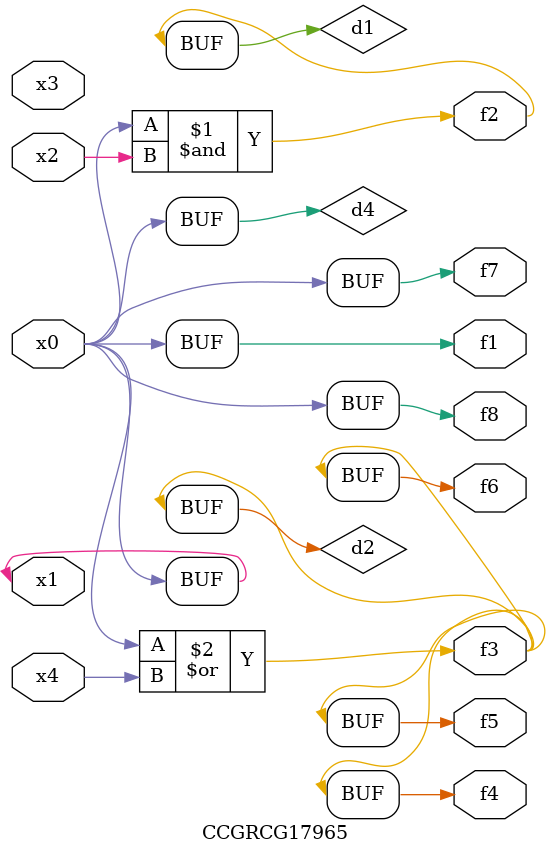
<source format=v>
module CCGRCG17965(
	input x0, x1, x2, x3, x4,
	output f1, f2, f3, f4, f5, f6, f7, f8
);

	wire d1, d2, d3, d4;

	and (d1, x0, x2);
	or (d2, x0, x4);
	nand (d3, x0, x2);
	buf (d4, x0, x1);
	assign f1 = d4;
	assign f2 = d1;
	assign f3 = d2;
	assign f4 = d2;
	assign f5 = d2;
	assign f6 = d2;
	assign f7 = d4;
	assign f8 = d4;
endmodule

</source>
